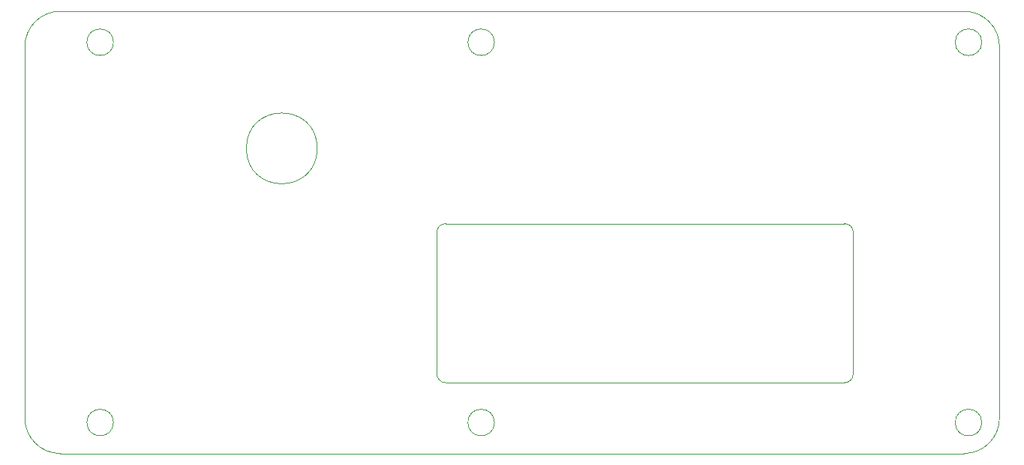
<source format=gbr>
G04 #@! TF.FileFunction,Profile,NP*
%FSLAX46Y46*%
G04 Gerber Fmt 4.6, Leading zero omitted, Abs format (unit mm)*
G04 Created by KiCad (PCBNEW 4.0.4-stable) date 12/06/16 19:34:19*
%MOMM*%
%LPD*%
G01*
G04 APERTURE LIST*
%ADD10C,0.100000*%
G04 APERTURE END LIST*
D10*
X110000000Y46000000D02*
G75*
G03X106000000Y50000000I-4000000J0D01*
G01*
X106000000Y0D02*
G75*
G03X110000000Y4000000I0J4000000D01*
G01*
X108000000Y3500000D02*
G75*
G03X108000000Y3500000I-1500000J0D01*
G01*
X108000000Y46500000D02*
G75*
G03X108000000Y46500000I-1500000J0D01*
G01*
X53000000Y46500000D02*
G75*
G03X53000000Y46500000I-1500000J0D01*
G01*
X53000000Y3500000D02*
G75*
G03X53000000Y3500000I-1500000J0D01*
G01*
X10000000Y46500000D02*
G75*
G03X10000000Y46500000I-1500000J0D01*
G01*
X10000000Y3500000D02*
G75*
G03X10000000Y3500000I-1500000J0D01*
G01*
X0Y4000000D02*
G75*
G03X4000000Y0I4000000J0D01*
G01*
X4000000Y50000000D02*
G75*
G03X0Y46000000I0J-4000000D01*
G01*
X4000000Y50000000D02*
X106000000Y50000000D01*
X106000000Y0D02*
X4000000Y0D01*
X47500000Y26000000D02*
G75*
G03X46500000Y25000000I0J-1000000D01*
G01*
X47500000Y26000000D02*
X92500000Y26000000D01*
X93500000Y25000000D02*
G75*
G03X92500000Y26000000I-1000000J0D01*
G01*
X93500000Y9000000D02*
X93500000Y25000000D01*
X92500000Y8000000D02*
G75*
G03X93500000Y9000000I0J1000000D01*
G01*
X92500000Y8000000D02*
X47500000Y8000000D01*
X46500000Y9000000D02*
G75*
G03X47500000Y8000000I1000000J0D01*
G01*
X46500000Y9000000D02*
X46500000Y25000000D01*
X0Y4000000D02*
X0Y46000000D01*
X110000000Y46000000D02*
X110000000Y4000000D01*
X33000000Y34500000D02*
G75*
G03X33000000Y34500000I-4000000J0D01*
G01*
M02*

</source>
